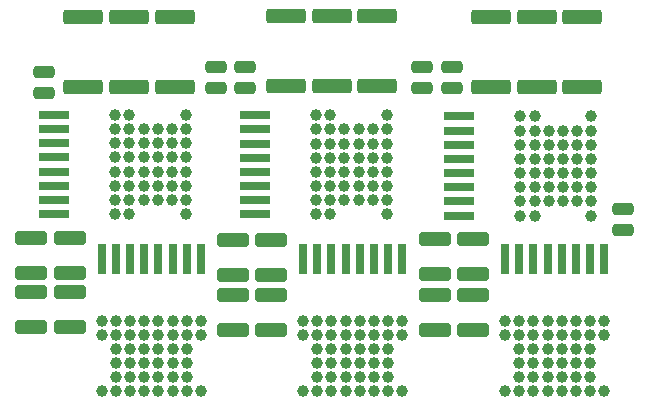
<source format=gbr>
%TF.GenerationSoftware,KiCad,Pcbnew,9.0.3*%
%TF.CreationDate,2025-08-23T20:27:24-03:00*%
%TF.ProjectId,Torq150A,546f7271-3135-4304-912e-6b696361645f,rev?*%
%TF.SameCoordinates,Original*%
%TF.FileFunction,Paste,Top*%
%TF.FilePolarity,Positive*%
%FSLAX46Y46*%
G04 Gerber Fmt 4.6, Leading zero omitted, Abs format (unit mm)*
G04 Created by KiCad (PCBNEW 9.0.3) date 2025-08-23 20:27:24*
%MOMM*%
%LPD*%
G01*
G04 APERTURE LIST*
G04 Aperture macros list*
%AMRoundRect*
0 Rectangle with rounded corners*
0 $1 Rounding radius*
0 $2 $3 $4 $5 $6 $7 $8 $9 X,Y pos of 4 corners*
0 Add a 4 corners polygon primitive as box body*
4,1,4,$2,$3,$4,$5,$6,$7,$8,$9,$2,$3,0*
0 Add four circle primitives for the rounded corners*
1,1,$1+$1,$2,$3*
1,1,$1+$1,$4,$5*
1,1,$1+$1,$6,$7*
1,1,$1+$1,$8,$9*
0 Add four rect primitives between the rounded corners*
20,1,$1+$1,$2,$3,$4,$5,0*
20,1,$1+$1,$4,$5,$6,$7,0*
20,1,$1+$1,$6,$7,$8,$9,0*
20,1,$1+$1,$8,$9,$2,$3,0*%
G04 Aperture macros list end*
%ADD10RoundRect,0.250000X1.100000X-0.325000X1.100000X0.325000X-1.100000X0.325000X-1.100000X-0.325000X0*%
%ADD11RoundRect,0.250000X-0.640000X0.260000X-0.640000X-0.260000X0.640000X-0.260000X0.640000X0.260000X0*%
%ADD12RoundRect,0.250000X0.640000X-0.260000X0.640000X0.260000X-0.640000X0.260000X-0.640000X-0.260000X0*%
%ADD13RoundRect,0.250000X-1.425000X0.362500X-1.425000X-0.362500X1.425000X-0.362500X1.425000X0.362500X0*%
%ADD14R,2.600000X0.700000*%
%ADD15C,1.000000*%
%ADD16R,0.700000X2.600000*%
G04 APERTURE END LIST*
D10*
%TO.C,C2*%
X155150000Y-63550000D03*
X155150000Y-60600000D03*
%TD*%
%TO.C,C7*%
X186050000Y-68375000D03*
X186050000Y-65425000D03*
%TD*%
D11*
%TO.C,FB4*%
X202000000Y-58110000D03*
X202000000Y-59890000D03*
%TD*%
D12*
%TO.C,FB5*%
X187500000Y-47890000D03*
X187500000Y-46110000D03*
%TD*%
D13*
%TO.C,R23*%
X194700000Y-41875000D03*
X194700000Y-47800000D03*
%TD*%
D10*
%TO.C,C5*%
X172200000Y-68350000D03*
X172200000Y-65400000D03*
%TD*%
%TO.C,C1*%
X151900000Y-68150000D03*
X151900000Y-65200000D03*
%TD*%
D12*
%TO.C,FB3*%
X153000000Y-48280000D03*
X153000000Y-46500000D03*
%TD*%
D14*
%TO.C,Q6*%
X170820000Y-50200000D03*
X170820000Y-51400000D03*
X170820000Y-52600000D03*
X170820000Y-53800000D03*
X170820000Y-55000000D03*
X170820000Y-56200000D03*
X170820000Y-57400000D03*
X170820000Y-58600000D03*
D15*
X176000000Y-50200000D03*
X176000000Y-51400000D03*
X176000000Y-52600000D03*
X176000000Y-53800000D03*
X176000000Y-55000000D03*
X176000000Y-56200000D03*
X176000000Y-57400000D03*
X176000000Y-58600000D03*
X177200000Y-50200000D03*
X177200000Y-51400000D03*
X177200000Y-52600000D03*
X177200000Y-53800000D03*
X177200000Y-55000000D03*
X177200000Y-56200000D03*
X177200000Y-57400000D03*
X177200000Y-58600000D03*
X178400000Y-51400000D03*
X178400000Y-52600000D03*
X178400000Y-53800000D03*
X178400000Y-55000000D03*
X178400000Y-56200000D03*
X178400000Y-57400000D03*
X179600000Y-51400000D03*
X179600000Y-52600000D03*
X179600000Y-53800000D03*
X179600000Y-55000000D03*
X179600000Y-56200000D03*
X179600000Y-57400000D03*
X180800000Y-51400000D03*
X180800000Y-52600000D03*
X180800000Y-53800000D03*
X180800000Y-55000000D03*
X180800000Y-56200000D03*
X180800000Y-57400000D03*
X182000000Y-50200000D03*
X182000000Y-51400000D03*
X182000000Y-52600000D03*
X182000000Y-53800000D03*
X182000000Y-55000000D03*
X182000000Y-56200000D03*
X182000000Y-57400000D03*
X182000000Y-58600000D03*
%TD*%
D13*
%TO.C,R27*%
X156250000Y-41900000D03*
X156250000Y-47825000D03*
%TD*%
D11*
%TO.C,FB6*%
X185000000Y-46110000D03*
X185000000Y-47890000D03*
%TD*%
D10*
%TO.C,C8*%
X151900000Y-63550000D03*
X151900000Y-60600000D03*
%TD*%
D13*
%TO.C,R22*%
X198550000Y-41875000D03*
X198550000Y-47800000D03*
%TD*%
%TO.C,R21*%
X173450000Y-41837500D03*
X173450000Y-47762500D03*
%TD*%
D16*
%TO.C,Q3*%
X200400000Y-62400000D03*
X199200000Y-62400000D03*
X198000000Y-62400000D03*
X196800000Y-62400000D03*
X195600000Y-62400000D03*
X194400000Y-62400000D03*
X193200000Y-62400000D03*
X192000000Y-62400000D03*
D15*
X200400000Y-67580000D03*
X199200000Y-67580000D03*
X198000000Y-67580000D03*
X196800000Y-67580000D03*
X195600000Y-67580000D03*
X194400000Y-67580000D03*
X193200000Y-67580000D03*
X192000000Y-67580000D03*
X200400000Y-68780000D03*
X199200000Y-68780000D03*
X198000000Y-68780000D03*
X196800000Y-68780000D03*
X195600000Y-68780000D03*
X194400000Y-68780000D03*
X193200000Y-68780000D03*
X192000000Y-68780000D03*
X199200000Y-69980000D03*
X198000000Y-69980000D03*
X196800000Y-69980000D03*
X195600000Y-69980000D03*
X194400000Y-69980000D03*
X193200000Y-69980000D03*
X199200000Y-71180000D03*
X198000000Y-71180000D03*
X196800000Y-71180000D03*
X195600000Y-71180000D03*
X194400000Y-71180000D03*
X193200000Y-71180000D03*
X199200000Y-72380000D03*
X198000000Y-72380000D03*
X196800000Y-72380000D03*
X195600000Y-72380000D03*
X194400000Y-72380000D03*
X193200000Y-72380000D03*
X200400000Y-73580000D03*
X199200000Y-73580000D03*
X198000000Y-73580000D03*
X196800000Y-73580000D03*
X195600000Y-73580000D03*
X194400000Y-73580000D03*
X193200000Y-73580000D03*
X192000000Y-73580000D03*
%TD*%
D13*
%TO.C,R26*%
X160150000Y-41900000D03*
X160150000Y-47825000D03*
%TD*%
%TO.C,R25*%
X164050000Y-41900000D03*
X164050000Y-47825000D03*
%TD*%
D16*
%TO.C,Q5*%
X183300000Y-62400000D03*
X182100000Y-62400000D03*
X180900000Y-62400000D03*
X179700000Y-62400000D03*
X178500000Y-62400000D03*
X177300000Y-62400000D03*
X176100000Y-62400000D03*
X174900000Y-62400000D03*
D15*
X183300000Y-67580000D03*
X182100000Y-67580000D03*
X180900000Y-67580000D03*
X179700000Y-67580000D03*
X178500000Y-67580000D03*
X177300000Y-67580000D03*
X176100000Y-67580000D03*
X174900000Y-67580000D03*
X183300000Y-68780000D03*
X182100000Y-68780000D03*
X180900000Y-68780000D03*
X179700000Y-68780000D03*
X178500000Y-68780000D03*
X177300000Y-68780000D03*
X176100000Y-68780000D03*
X174900000Y-68780000D03*
X182100000Y-69980000D03*
X180900000Y-69980000D03*
X179700000Y-69980000D03*
X178500000Y-69980000D03*
X177300000Y-69980000D03*
X176100000Y-69980000D03*
X182100000Y-71180000D03*
X180900000Y-71180000D03*
X179700000Y-71180000D03*
X178500000Y-71180000D03*
X177300000Y-71180000D03*
X176100000Y-71180000D03*
X182100000Y-72380000D03*
X180900000Y-72380000D03*
X179700000Y-72380000D03*
X178500000Y-72380000D03*
X177300000Y-72380000D03*
X176100000Y-72380000D03*
X183300000Y-73580000D03*
X182100000Y-73580000D03*
X180900000Y-73580000D03*
X179700000Y-73580000D03*
X178500000Y-73580000D03*
X177300000Y-73580000D03*
X176100000Y-73580000D03*
X174900000Y-73580000D03*
%TD*%
D13*
%TO.C,R20*%
X177310000Y-41837500D03*
X177310000Y-47762500D03*
%TD*%
D10*
%TO.C,C4*%
X189300000Y-63650000D03*
X189300000Y-60700000D03*
%TD*%
D13*
%TO.C,R24*%
X190850000Y-41875000D03*
X190850000Y-47800000D03*
%TD*%
D16*
%TO.C,Q1*%
X166250000Y-62400000D03*
X165050000Y-62400000D03*
X163850000Y-62400000D03*
X162650000Y-62400000D03*
X161450000Y-62400000D03*
X160250000Y-62400000D03*
X159050000Y-62400000D03*
X157850000Y-62400000D03*
D15*
X166250000Y-67580000D03*
X165050000Y-67580000D03*
X163850000Y-67580000D03*
X162650000Y-67580000D03*
X161450000Y-67580000D03*
X160250000Y-67580000D03*
X159050000Y-67580000D03*
X157850000Y-67580000D03*
X166250000Y-68780000D03*
X165050000Y-68780000D03*
X163850000Y-68780000D03*
X162650000Y-68780000D03*
X161450000Y-68780000D03*
X160250000Y-68780000D03*
X159050000Y-68780000D03*
X157850000Y-68780000D03*
X165050000Y-69980000D03*
X163850000Y-69980000D03*
X162650000Y-69980000D03*
X161450000Y-69980000D03*
X160250000Y-69980000D03*
X159050000Y-69980000D03*
X165050000Y-71180000D03*
X163850000Y-71180000D03*
X162650000Y-71180000D03*
X161450000Y-71180000D03*
X160250000Y-71180000D03*
X159050000Y-71180000D03*
X165050000Y-72380000D03*
X163850000Y-72380000D03*
X162650000Y-72380000D03*
X161450000Y-72380000D03*
X160250000Y-72380000D03*
X159050000Y-72380000D03*
X166250000Y-73580000D03*
X165050000Y-73580000D03*
X163850000Y-73580000D03*
X162650000Y-73580000D03*
X161450000Y-73580000D03*
X160250000Y-73580000D03*
X159050000Y-73580000D03*
X157850000Y-73580000D03*
%TD*%
D10*
%TO.C,C13*%
X155150000Y-68150000D03*
X155150000Y-65200000D03*
%TD*%
D12*
%TO.C,FB1*%
X170000000Y-47890000D03*
X170000000Y-46110000D03*
%TD*%
D10*
%TO.C,C6*%
X186050000Y-63650000D03*
X186050000Y-60700000D03*
%TD*%
%TO.C,C3*%
X168950000Y-68350000D03*
X168950000Y-65400000D03*
%TD*%
%TO.C,C10*%
X168950000Y-63700000D03*
X168950000Y-60750000D03*
%TD*%
%TO.C,C9*%
X189300000Y-68375000D03*
X189300000Y-65425000D03*
%TD*%
D14*
%TO.C,Q4*%
X188120000Y-50300000D03*
X188120000Y-51500000D03*
X188120000Y-52700000D03*
X188120000Y-53900000D03*
X188120000Y-55100000D03*
X188120000Y-56300000D03*
X188120000Y-57500000D03*
X188120000Y-58700000D03*
D15*
X193300000Y-50300000D03*
X193300000Y-51500000D03*
X193300000Y-52700000D03*
X193300000Y-53900000D03*
X193300000Y-55100000D03*
X193300000Y-56300000D03*
X193300000Y-57500000D03*
X193300000Y-58700000D03*
X194500000Y-50300000D03*
X194500000Y-51500000D03*
X194500000Y-52700000D03*
X194500000Y-53900000D03*
X194500000Y-55100000D03*
X194500000Y-56300000D03*
X194500000Y-57500000D03*
X194500000Y-58700000D03*
X195700000Y-51500000D03*
X195700000Y-52700000D03*
X195700000Y-53900000D03*
X195700000Y-55100000D03*
X195700000Y-56300000D03*
X195700000Y-57500000D03*
X196900000Y-51500000D03*
X196900000Y-52700000D03*
X196900000Y-53900000D03*
X196900000Y-55100000D03*
X196900000Y-56300000D03*
X196900000Y-57500000D03*
X198100000Y-51500000D03*
X198100000Y-52700000D03*
X198100000Y-53900000D03*
X198100000Y-55100000D03*
X198100000Y-56300000D03*
X198100000Y-57500000D03*
X199300000Y-50300000D03*
X199300000Y-51500000D03*
X199300000Y-52700000D03*
X199300000Y-53900000D03*
X199300000Y-55100000D03*
X199300000Y-56300000D03*
X199300000Y-57500000D03*
X199300000Y-58700000D03*
%TD*%
D14*
%TO.C,Q2*%
X153820000Y-50170000D03*
X153820000Y-51370000D03*
X153820000Y-52570000D03*
X153820000Y-53770000D03*
X153820000Y-54970000D03*
X153820000Y-56170000D03*
X153820000Y-57370000D03*
X153820000Y-58570000D03*
D15*
X159000000Y-50170000D03*
X159000000Y-51370000D03*
X159000000Y-52570000D03*
X159000000Y-53770000D03*
X159000000Y-54970000D03*
X159000000Y-56170000D03*
X159000000Y-57370000D03*
X159000000Y-58570000D03*
X160200000Y-50170000D03*
X160200000Y-51370000D03*
X160200000Y-52570000D03*
X160200000Y-53770000D03*
X160200000Y-54970000D03*
X160200000Y-56170000D03*
X160200000Y-57370000D03*
X160200000Y-58570000D03*
X161400000Y-51370000D03*
X161400000Y-52570000D03*
X161400000Y-53770000D03*
X161400000Y-54970000D03*
X161400000Y-56170000D03*
X161400000Y-57370000D03*
X162600000Y-51370000D03*
X162600000Y-52570000D03*
X162600000Y-53770000D03*
X162600000Y-54970000D03*
X162600000Y-56170000D03*
X162600000Y-57370000D03*
X163800000Y-51370000D03*
X163800000Y-52570000D03*
X163800000Y-53770000D03*
X163800000Y-54970000D03*
X163800000Y-56170000D03*
X163800000Y-57370000D03*
X165000000Y-50170000D03*
X165000000Y-51370000D03*
X165000000Y-52570000D03*
X165000000Y-53770000D03*
X165000000Y-54970000D03*
X165000000Y-56170000D03*
X165000000Y-57370000D03*
X165000000Y-58570000D03*
%TD*%
D10*
%TO.C,C11*%
X172200000Y-63700000D03*
X172200000Y-60750000D03*
%TD*%
D11*
%TO.C,FB2*%
X167500000Y-46110000D03*
X167500000Y-47890000D03*
%TD*%
D13*
%TO.C,R19*%
X181150000Y-41837500D03*
X181150000Y-47762500D03*
%TD*%
M02*

</source>
